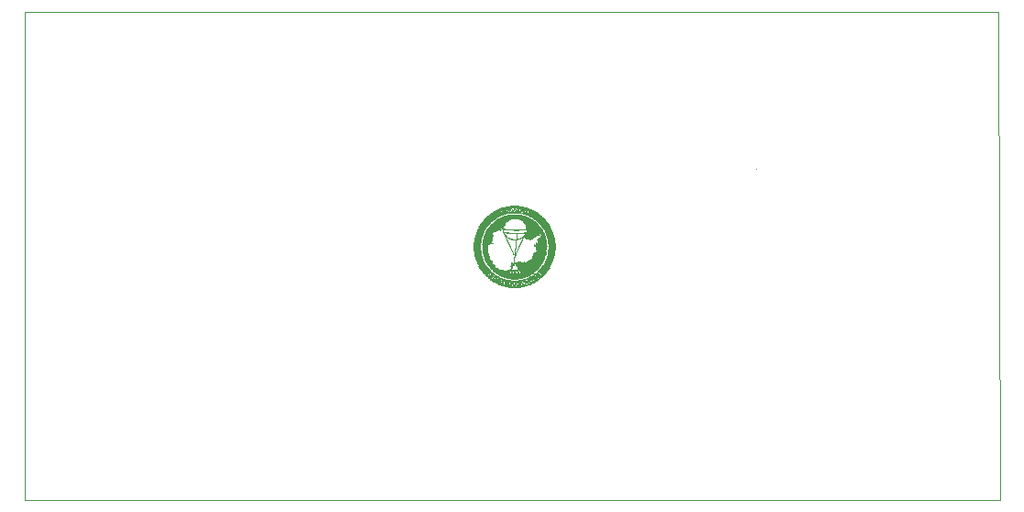
<source format=gbo>
G75*
%MOIN*%
%OFA0B0*%
%FSLAX25Y25*%
%IPPOS*%
%LPD*%
%AMOC8*
5,1,8,0,0,1.08239X$1,22.5*
%
%ADD10C,0.00000*%
%ADD11R,0.03400X0.00100*%
%ADD12R,0.04800X0.00100*%
%ADD13R,0.05900X0.00100*%
%ADD14R,0.06800X0.00100*%
%ADD15R,0.07600X0.00100*%
%ADD16R,0.00100X0.00100*%
%ADD17R,0.00900X0.00100*%
%ADD18R,0.03200X0.00100*%
%ADD19R,0.03000X0.00100*%
%ADD20R,0.00400X0.00100*%
%ADD21R,0.00700X0.00100*%
%ADD22R,0.00500X0.00100*%
%ADD23R,0.02700X0.00100*%
%ADD24R,0.02300X0.00100*%
%ADD25R,0.00200X0.00100*%
%ADD26R,0.00600X0.00100*%
%ADD27R,0.02400X0.00100*%
%ADD28R,0.02200X0.00100*%
%ADD29R,0.02600X0.00100*%
%ADD30R,0.00300X0.00100*%
%ADD31R,0.01900X0.00100*%
%ADD32R,0.01800X0.00100*%
%ADD33R,0.00800X0.00100*%
%ADD34R,0.02000X0.00100*%
%ADD35R,0.01500X0.00100*%
%ADD36R,0.01600X0.00100*%
%ADD37R,0.01400X0.00100*%
%ADD38R,0.01100X0.00100*%
%ADD39R,0.01700X0.00100*%
%ADD40R,0.01300X0.00100*%
%ADD41R,0.01200X0.00100*%
%ADD42R,0.03700X0.00100*%
%ADD43R,0.05500X0.00100*%
%ADD44R,0.01000X0.00100*%
%ADD45R,0.08000X0.00100*%
%ADD46R,0.02100X0.00100*%
%ADD47R,0.02900X0.00100*%
%ADD48R,0.04200X0.00100*%
%ADD49R,0.05200X0.00100*%
%ADD50R,0.06000X0.00100*%
%ADD51R,0.06700X0.00100*%
%ADD52R,0.07400X0.00100*%
%ADD53R,0.08500X0.00100*%
%ADD54R,0.09000X0.00100*%
%ADD55R,0.09500X0.00100*%
%ADD56R,0.09900X0.00100*%
%ADD57R,0.10300X0.00100*%
%ADD58R,0.10700X0.00100*%
%ADD59R,0.11100X0.00100*%
%ADD60R,0.11500X0.00100*%
%ADD61R,0.11800X0.00100*%
%ADD62R,0.12200X0.00100*%
%ADD63R,0.12500X0.00100*%
%ADD64R,0.04100X0.00100*%
%ADD65R,0.08600X0.00100*%
%ADD66R,0.04500X0.00100*%
%ADD67R,0.04400X0.00100*%
%ADD68R,0.04600X0.00100*%
%ADD69R,0.04900X0.00100*%
%ADD70R,0.05100X0.00100*%
%ADD71R,0.05000X0.00100*%
%ADD72R,0.03500X0.00100*%
%ADD73R,0.05400X0.00100*%
%ADD74R,0.05600X0.00100*%
%ADD75R,0.05800X0.00100*%
%ADD76R,0.02800X0.00100*%
%ADD77R,0.06100X0.00100*%
%ADD78R,0.03300X0.00100*%
%ADD79R,0.06300X0.00100*%
%ADD80R,0.06400X0.00100*%
%ADD81R,0.06600X0.00100*%
%ADD82R,0.06900X0.00100*%
%ADD83R,0.07100X0.00100*%
%ADD84R,0.03100X0.00100*%
%ADD85R,0.07200X0.00100*%
%ADD86R,0.02500X0.00100*%
%ADD87R,0.07700X0.00100*%
%ADD88R,0.07900X0.00100*%
%ADD89R,0.08100X0.00100*%
%ADD90R,0.08200X0.00100*%
%ADD91R,0.08300X0.00100*%
%ADD92R,0.08400X0.00100*%
%ADD93R,0.08800X0.00100*%
%ADD94R,0.09200X0.00100*%
%ADD95R,0.09300X0.00100*%
%ADD96R,0.09400X0.00100*%
%ADD97R,0.09600X0.00100*%
%ADD98R,0.11300X0.00100*%
%ADD99R,0.11400X0.00100*%
%ADD100R,0.10500X0.00100*%
%ADD101R,0.10100X0.00100*%
%ADD102R,0.10200X0.00100*%
%ADD103R,0.06500X0.00100*%
%ADD104R,0.06200X0.00100*%
%ADD105R,0.04700X0.00100*%
%ADD106R,0.03900X0.00100*%
%ADD107R,0.03600X0.00100*%
%ADD108R,0.04000X0.00100*%
%ADD109R,0.04300X0.00100*%
%ADD110R,0.05300X0.00100*%
%ADD111R,0.07000X0.00100*%
%ADD112R,0.05700X0.00100*%
%ADD113R,0.03800X0.00100*%
D10*
X0021485Y0001800D02*
X0021485Y0178965D01*
X0375186Y0178887D01*
X0375816Y0001800D01*
X0021485Y0001800D01*
D11*
X0189443Y0084561D03*
X0189543Y0084461D03*
X0189643Y0084361D03*
X0189743Y0084261D03*
X0199643Y0078761D03*
X0202043Y0079261D03*
X0209643Y0084461D03*
X0209743Y0084561D03*
X0209843Y0084661D03*
X0209943Y0084761D03*
X0189643Y0094661D03*
X0189743Y0095061D03*
X0189743Y0095161D03*
X0189743Y0095561D03*
X0189443Y0102461D03*
X0189543Y0102561D03*
X0189643Y0102661D03*
X0189743Y0102761D03*
X0209543Y0102661D03*
X0209643Y0102561D03*
X0209743Y0102461D03*
X0209843Y0102361D03*
X0209943Y0102261D03*
D12*
X0206143Y0101161D03*
X0206043Y0101261D03*
X0206643Y0104961D03*
X0199643Y0108161D03*
X0195643Y0103361D03*
X0195443Y0103261D03*
X0194143Y0102261D03*
X0194043Y0102161D03*
X0193943Y0102061D03*
X0204943Y0097161D03*
X0205343Y0097461D03*
X0208543Y0090461D03*
X0208543Y0090361D03*
X0208443Y0090161D03*
X0208443Y0090061D03*
X0208443Y0089961D03*
X0208043Y0089061D03*
X0208043Y0088961D03*
X0199643Y0078861D03*
D13*
X0199593Y0078961D03*
X0199693Y0081061D03*
X0204393Y0084661D03*
X0206793Y0099361D03*
X0199593Y0108061D03*
D14*
X0199643Y0107961D03*
X0199643Y0079061D03*
D15*
X0199643Y0079161D03*
X0204543Y0085661D03*
X0199643Y0107861D03*
D16*
X0200193Y0107161D03*
X0198893Y0107061D03*
X0198893Y0106961D03*
X0198393Y0106961D03*
X0198393Y0106861D03*
X0198393Y0106761D03*
X0209093Y0097561D03*
X0207593Y0095161D03*
X0206893Y0094461D03*
X0206893Y0094361D03*
X0206793Y0091461D03*
X0206793Y0091261D03*
X0203193Y0087961D03*
X0201293Y0088061D03*
X0200793Y0085261D03*
X0198693Y0085261D03*
X0197293Y0085061D03*
X0195693Y0084961D03*
X0195193Y0085161D03*
X0194693Y0085061D03*
X0190693Y0083661D03*
X0190593Y0083361D03*
X0190093Y0083361D03*
X0190693Y0082561D03*
X0192893Y0082261D03*
X0193293Y0082161D03*
X0193393Y0082261D03*
X0194593Y0081161D03*
X0197593Y0080361D03*
X0197593Y0080261D03*
X0199993Y0079261D03*
X0201093Y0080661D03*
X0201093Y0080761D03*
X0201893Y0080061D03*
X0202293Y0080361D03*
X0202293Y0080461D03*
X0202193Y0080561D03*
X0202193Y0080661D03*
X0202193Y0080761D03*
X0202893Y0080861D03*
X0203493Y0080361D03*
X0204693Y0080361D03*
X0204693Y0080461D03*
X0205093Y0081061D03*
X0205093Y0081361D03*
X0206493Y0082061D03*
X0206893Y0081961D03*
X0206593Y0082461D03*
X0207493Y0083061D03*
X0207793Y0083361D03*
X0207893Y0083261D03*
X0208393Y0083761D03*
X0200093Y0092561D03*
X0191393Y0088461D03*
D17*
X0198693Y0086361D03*
X0193293Y0082661D03*
X0193493Y0082561D03*
X0193093Y0082761D03*
X0192993Y0082861D03*
X0192793Y0082961D03*
X0193093Y0081961D03*
X0193593Y0081061D03*
X0195393Y0080961D03*
X0198493Y0080161D03*
X0198493Y0080061D03*
X0199293Y0079261D03*
X0201593Y0079761D03*
X0201493Y0080361D03*
X0202693Y0080161D03*
X0202693Y0080061D03*
X0202693Y0079961D03*
X0202793Y0079861D03*
X0202793Y0079761D03*
X0206093Y0081261D03*
X0206093Y0082761D03*
X0206593Y0083061D03*
X0208493Y0081961D03*
X0208593Y0082061D03*
X0208693Y0082161D03*
X0208893Y0082261D03*
X0209793Y0083161D03*
X0191593Y0083761D03*
X0190193Y0082461D03*
X0189893Y0082661D03*
X0189193Y0083461D03*
X0190793Y0081961D03*
X0190893Y0081861D03*
X0195793Y0106461D03*
X0196993Y0106361D03*
X0199593Y0107661D03*
X0201993Y0107161D03*
D18*
X0206243Y0105861D03*
X0210243Y0101861D03*
X0210343Y0101761D03*
X0210443Y0101661D03*
X0209443Y0096061D03*
X0209643Y0095061D03*
X0204943Y0096761D03*
X0190143Y0097361D03*
X0190143Y0097461D03*
X0190043Y0097161D03*
X0189943Y0096861D03*
X0189943Y0096761D03*
X0189843Y0096461D03*
X0189743Y0096061D03*
X0189743Y0095961D03*
X0189743Y0095861D03*
X0189543Y0094561D03*
X0188743Y0101561D03*
X0188843Y0101761D03*
X0188943Y0101861D03*
X0189043Y0101961D03*
X0189143Y0102061D03*
X0188743Y0085461D03*
X0188843Y0085261D03*
X0188943Y0085161D03*
X0189043Y0085061D03*
X0189143Y0084961D03*
X0196543Y0081261D03*
X0197043Y0079261D03*
X0210243Y0085161D03*
X0210343Y0085261D03*
X0210443Y0085361D03*
D19*
X0210743Y0085761D03*
X0210843Y0085961D03*
X0210943Y0086061D03*
X0211043Y0086161D03*
X0211043Y0086261D03*
X0211143Y0086361D03*
X0211243Y0086561D03*
X0202643Y0079361D03*
X0196343Y0079461D03*
X0188443Y0085861D03*
X0188343Y0085961D03*
X0188243Y0086161D03*
X0188143Y0086261D03*
X0188043Y0086461D03*
X0189443Y0094461D03*
X0190243Y0097861D03*
X0190243Y0097961D03*
X0190743Y0098961D03*
X0188043Y0100561D03*
X0188143Y0100761D03*
X0188243Y0100861D03*
X0188343Y0101061D03*
X0188443Y0101161D03*
X0196743Y0105761D03*
X0195743Y0107361D03*
X0210843Y0101061D03*
X0210943Y0100961D03*
X0211043Y0100861D03*
X0211043Y0100761D03*
X0211143Y0100661D03*
X0211243Y0100461D03*
X0209643Y0095761D03*
D20*
X0208343Y0096361D03*
X0205443Y0096061D03*
X0202343Y0096861D03*
X0202243Y0096761D03*
X0202043Y0096661D03*
X0197543Y0096661D03*
X0197343Y0096761D03*
X0197243Y0096861D03*
X0196443Y0097461D03*
X0196343Y0097561D03*
X0196343Y0097661D03*
X0196243Y0097761D03*
X0199943Y0090661D03*
X0189843Y0091161D03*
X0198743Y0086061D03*
X0198743Y0085961D03*
X0198543Y0085661D03*
X0198443Y0085461D03*
X0198343Y0085361D03*
X0198143Y0085061D03*
X0198043Y0084961D03*
X0194243Y0081461D03*
X0192943Y0082161D03*
X0192243Y0082561D03*
X0191743Y0082861D03*
X0191743Y0082961D03*
X0191443Y0082461D03*
X0190943Y0082761D03*
X0191043Y0083161D03*
X0191143Y0083261D03*
X0196243Y0080061D03*
X0196943Y0080161D03*
X0197043Y0080361D03*
X0197043Y0080461D03*
X0197143Y0080661D03*
X0199843Y0080461D03*
X0199843Y0080361D03*
X0199843Y0080261D03*
X0199943Y0080061D03*
X0200043Y0079861D03*
X0200043Y0079761D03*
X0200643Y0079561D03*
X0200643Y0079461D03*
X0200643Y0079361D03*
X0200543Y0080261D03*
X0200543Y0080361D03*
X0202843Y0080561D03*
X0203543Y0080661D03*
X0204543Y0080861D03*
X0204543Y0081361D03*
X0206543Y0082161D03*
X0206543Y0082261D03*
X0207143Y0082561D03*
X0207443Y0082061D03*
X0207843Y0082461D03*
X0208343Y0083461D03*
X0206943Y0081661D03*
X0206943Y0081561D03*
X0203143Y0106061D03*
X0203443Y0106861D03*
X0200943Y0106661D03*
X0200943Y0106561D03*
X0200943Y0106461D03*
X0200643Y0107461D03*
X0199443Y0106861D03*
X0199443Y0106761D03*
X0198743Y0106361D03*
X0197843Y0106861D03*
X0197843Y0106961D03*
X0197843Y0107061D03*
X0197843Y0107161D03*
X0197843Y0107261D03*
X0197743Y0107461D03*
X0197143Y0107161D03*
X0197043Y0107261D03*
D21*
X0197093Y0106461D03*
X0199593Y0107461D03*
X0200093Y0106361D03*
X0200893Y0106961D03*
X0200893Y0107061D03*
X0200893Y0107161D03*
X0203493Y0106961D03*
X0204093Y0106461D03*
X0204093Y0106361D03*
X0203993Y0106061D03*
X0203993Y0105961D03*
X0195793Y0099961D03*
X0196693Y0097161D03*
X0198493Y0096261D03*
X0201093Y0096261D03*
X0199793Y0090561D03*
X0198693Y0087561D03*
X0198693Y0084461D03*
X0200793Y0084461D03*
X0200893Y0084361D03*
X0203593Y0080861D03*
X0204393Y0080561D03*
X0205393Y0080761D03*
X0207493Y0082161D03*
X0207193Y0082761D03*
X0207793Y0083961D03*
X0207893Y0084061D03*
X0207993Y0084161D03*
X0199893Y0080661D03*
X0199293Y0079361D03*
X0197493Y0079561D03*
X0195293Y0080061D03*
X0195293Y0080161D03*
X0195293Y0080261D03*
X0195293Y0080361D03*
X0195293Y0080461D03*
X0195293Y0080561D03*
X0195293Y0080661D03*
X0194293Y0080461D03*
X0191893Y0081861D03*
X0191493Y0083961D03*
X0191393Y0084061D03*
X0189193Y0083361D03*
X0195093Y0084961D03*
D22*
X0197393Y0084961D03*
X0198593Y0083961D03*
X0199793Y0083961D03*
X0200893Y0083961D03*
X0203893Y0081061D03*
X0203593Y0080761D03*
X0204193Y0080361D03*
X0204493Y0080761D03*
X0204493Y0081461D03*
X0202793Y0080661D03*
X0201593Y0080561D03*
X0201393Y0079661D03*
X0199993Y0079961D03*
X0198393Y0079461D03*
X0198393Y0079361D03*
X0197493Y0079761D03*
X0197093Y0080561D03*
X0197193Y0080761D03*
X0196393Y0080761D03*
X0196193Y0080161D03*
X0194393Y0081661D03*
X0194293Y0081561D03*
X0194093Y0081361D03*
X0192593Y0081461D03*
X0192493Y0081361D03*
X0191293Y0082361D03*
X0190993Y0082861D03*
X0191193Y0083361D03*
X0198593Y0087661D03*
X0199793Y0090261D03*
X0199793Y0090361D03*
X0199993Y0090761D03*
X0199993Y0090861D03*
X0200093Y0090961D03*
X0199793Y0095961D03*
X0201693Y0096461D03*
X0201893Y0096561D03*
X0197893Y0096461D03*
X0197693Y0096561D03*
X0196593Y0097261D03*
X0196493Y0097361D03*
X0195893Y0098761D03*
X0196693Y0106161D03*
X0197193Y0106661D03*
X0196493Y0106961D03*
X0198493Y0107561D03*
X0199493Y0107061D03*
X0199493Y0106961D03*
X0198793Y0106261D03*
X0200593Y0107561D03*
X0201693Y0106261D03*
X0201693Y0106161D03*
X0203093Y0105961D03*
X0203993Y0105861D03*
X0204093Y0106561D03*
X0208293Y0096261D03*
X0208393Y0083561D03*
D23*
X0211893Y0087761D03*
X0211993Y0087961D03*
X0212093Y0088161D03*
X0212093Y0088261D03*
X0212193Y0088361D03*
X0212193Y0088461D03*
X0212293Y0088661D03*
X0212293Y0088761D03*
X0212393Y0088961D03*
X0212493Y0089261D03*
X0212593Y0089561D03*
X0212593Y0097461D03*
X0212493Y0097761D03*
X0212393Y0098061D03*
X0212293Y0098261D03*
X0212293Y0098361D03*
X0212193Y0098561D03*
X0212193Y0098661D03*
X0212093Y0098761D03*
X0212093Y0098861D03*
X0211993Y0099061D03*
X0211893Y0099261D03*
X0198293Y0099661D03*
X0190393Y0098561D03*
X0187293Y0099161D03*
X0187193Y0098961D03*
X0187093Y0098761D03*
X0187093Y0098661D03*
X0186993Y0098561D03*
X0186993Y0098461D03*
X0186993Y0098361D03*
X0186893Y0098261D03*
X0186893Y0098161D03*
X0186793Y0097961D03*
X0186793Y0097861D03*
X0186693Y0097661D03*
X0193393Y0106261D03*
X0194693Y0106961D03*
X0195893Y0107461D03*
X0199793Y0106161D03*
X0203093Y0107561D03*
X0186693Y0089361D03*
X0186793Y0089061D03*
X0186893Y0088861D03*
X0186893Y0088761D03*
X0186993Y0088561D03*
X0186993Y0088461D03*
X0187093Y0088361D03*
X0187093Y0088261D03*
X0187193Y0088061D03*
X0187293Y0087861D03*
X0192493Y0085361D03*
X0192593Y0085261D03*
X0189493Y0084061D03*
X0196493Y0079361D03*
X0199193Y0080761D03*
D24*
X0203293Y0079461D03*
X0209793Y0083961D03*
X0191593Y0086161D03*
X0191493Y0086261D03*
X0190693Y0087561D03*
X0190393Y0087961D03*
X0190393Y0088061D03*
X0189693Y0089561D03*
X0189693Y0089661D03*
X0189693Y0089761D03*
X0189093Y0092161D03*
X0189093Y0092261D03*
X0189093Y0092361D03*
X0209793Y0096661D03*
X0209893Y0096261D03*
X0205893Y0106361D03*
X0204093Y0107261D03*
X0194893Y0107161D03*
X0193493Y0106461D03*
D25*
X0197343Y0106161D03*
X0198443Y0107061D03*
X0198443Y0107161D03*
X0198843Y0106861D03*
X0198843Y0106761D03*
X0198843Y0106661D03*
X0199343Y0106361D03*
X0199343Y0106261D03*
X0200143Y0106961D03*
X0200143Y0107061D03*
X0201643Y0107261D03*
X0202143Y0107361D03*
X0203243Y0106361D03*
X0195543Y0100361D03*
X0195543Y0100261D03*
X0195543Y0100161D03*
X0195543Y0100061D03*
X0195543Y0099761D03*
X0195543Y0099661D03*
X0195543Y0099561D03*
X0195643Y0099461D03*
X0195643Y0099361D03*
X0195643Y0099261D03*
X0195643Y0099161D03*
X0195643Y0099061D03*
X0195743Y0098961D03*
X0195743Y0098861D03*
X0195843Y0098461D03*
X0195943Y0098361D03*
X0196043Y0098161D03*
X0196143Y0097961D03*
X0196543Y0097061D03*
X0196543Y0096961D03*
X0196643Y0096861D03*
X0196643Y0096761D03*
X0196743Y0096661D03*
X0196743Y0096561D03*
X0196843Y0096461D03*
X0196843Y0096361D03*
X0196943Y0096161D03*
X0197043Y0095961D03*
X0197143Y0095761D03*
X0197243Y0095561D03*
X0197243Y0095461D03*
X0197343Y0095361D03*
X0197343Y0095261D03*
X0197443Y0095161D03*
X0197443Y0095061D03*
X0197543Y0094961D03*
X0197543Y0094861D03*
X0197643Y0094661D03*
X0197743Y0094461D03*
X0197843Y0094261D03*
X0197943Y0094061D03*
X0197943Y0093961D03*
X0198043Y0093861D03*
X0198043Y0093761D03*
X0198143Y0093661D03*
X0198143Y0093561D03*
X0198243Y0093461D03*
X0198243Y0093361D03*
X0198343Y0093161D03*
X0198443Y0092961D03*
X0198543Y0092761D03*
X0198643Y0092561D03*
X0198643Y0092461D03*
X0198743Y0092361D03*
X0198743Y0092261D03*
X0198843Y0092161D03*
X0198843Y0092061D03*
X0198943Y0091961D03*
X0198943Y0091861D03*
X0199043Y0091661D03*
X0199143Y0091461D03*
X0199243Y0091261D03*
X0199343Y0091061D03*
X0199343Y0090961D03*
X0199443Y0090861D03*
X0199443Y0090761D03*
X0199543Y0090661D03*
X0199943Y0091061D03*
X0199943Y0091161D03*
X0199943Y0091261D03*
X0199943Y0091361D03*
X0199943Y0091461D03*
X0199943Y0091561D03*
X0199943Y0091661D03*
X0200043Y0091761D03*
X0200043Y0091861D03*
X0200043Y0091961D03*
X0200043Y0092061D03*
X0200043Y0092161D03*
X0200043Y0092261D03*
X0200043Y0092361D03*
X0200043Y0092461D03*
X0200143Y0092661D03*
X0200143Y0092761D03*
X0200143Y0092861D03*
X0200143Y0092961D03*
X0200143Y0093061D03*
X0200143Y0093161D03*
X0200143Y0093261D03*
X0200143Y0093361D03*
X0200243Y0093461D03*
X0200243Y0093561D03*
X0200243Y0093661D03*
X0200243Y0093761D03*
X0200243Y0093861D03*
X0200243Y0093961D03*
X0200243Y0094061D03*
X0200243Y0094161D03*
X0200243Y0094261D03*
X0200343Y0094361D03*
X0200343Y0094461D03*
X0200343Y0094561D03*
X0200343Y0094661D03*
X0200343Y0094761D03*
X0200343Y0094861D03*
X0200343Y0094961D03*
X0200343Y0095061D03*
X0200443Y0095161D03*
X0200443Y0095261D03*
X0200443Y0095361D03*
X0200443Y0095461D03*
X0200443Y0095561D03*
X0200443Y0095661D03*
X0200443Y0095761D03*
X0200443Y0095861D03*
X0200543Y0096261D03*
X0200543Y0096361D03*
X0200543Y0096461D03*
X0200543Y0096561D03*
X0200543Y0096661D03*
X0200543Y0096761D03*
X0200543Y0096861D03*
X0200643Y0096961D03*
X0200643Y0097061D03*
X0200643Y0097161D03*
X0200643Y0097261D03*
X0200643Y0097361D03*
X0200643Y0097461D03*
X0200643Y0097561D03*
X0200643Y0097661D03*
X0200743Y0097761D03*
X0200743Y0097861D03*
X0200743Y0097961D03*
X0200743Y0098061D03*
X0200743Y0098161D03*
X0202943Y0096861D03*
X0202843Y0096661D03*
X0202843Y0096561D03*
X0202743Y0096461D03*
X0202743Y0096361D03*
X0202643Y0096261D03*
X0202643Y0096161D03*
X0202543Y0096061D03*
X0202543Y0095961D03*
X0202443Y0095761D03*
X0202343Y0095561D03*
X0202243Y0095361D03*
X0202143Y0095161D03*
X0202143Y0095061D03*
X0202043Y0094961D03*
X0202043Y0094861D03*
X0201943Y0094761D03*
X0201943Y0094661D03*
X0201843Y0094461D03*
X0201743Y0094261D03*
X0201643Y0094061D03*
X0201643Y0093961D03*
X0201543Y0093861D03*
X0201543Y0093761D03*
X0201443Y0093661D03*
X0201443Y0093561D03*
X0201343Y0093461D03*
X0201343Y0093361D03*
X0201243Y0093261D03*
X0201243Y0093161D03*
X0201143Y0092961D03*
X0201043Y0092761D03*
X0200943Y0092561D03*
X0200943Y0092461D03*
X0200843Y0092361D03*
X0200843Y0092261D03*
X0200743Y0092161D03*
X0200743Y0092061D03*
X0200643Y0091961D03*
X0200643Y0091861D03*
X0200543Y0091661D03*
X0200443Y0091461D03*
X0200343Y0091261D03*
X0200343Y0091161D03*
X0200243Y0091061D03*
X0199843Y0089961D03*
X0199843Y0089861D03*
X0199843Y0089761D03*
X0199843Y0089661D03*
X0199743Y0089561D03*
X0199743Y0089461D03*
X0199743Y0089361D03*
X0199743Y0089261D03*
X0199743Y0089161D03*
X0199743Y0089061D03*
X0199743Y0088961D03*
X0199743Y0088861D03*
X0199743Y0088761D03*
X0199743Y0088661D03*
X0199743Y0088561D03*
X0199743Y0088461D03*
X0199743Y0088361D03*
X0199743Y0088261D03*
X0199743Y0088161D03*
X0199743Y0088061D03*
X0199743Y0087961D03*
X0199743Y0087861D03*
X0198543Y0087861D03*
X0201743Y0088061D03*
X0195243Y0085061D03*
X0192243Y0082661D03*
X0191743Y0082761D03*
X0191643Y0083061D03*
X0190543Y0083461D03*
X0193743Y0080761D03*
X0193643Y0080661D03*
X0194543Y0080961D03*
X0194543Y0081061D03*
X0196343Y0080861D03*
X0196843Y0079861D03*
X0196743Y0079761D03*
X0196743Y0079661D03*
X0197543Y0080161D03*
X0199343Y0080161D03*
X0199343Y0080061D03*
X0199343Y0079961D03*
X0200043Y0079661D03*
X0200043Y0079561D03*
X0200043Y0079461D03*
X0200743Y0079861D03*
X0201243Y0080061D03*
X0201243Y0080161D03*
X0201143Y0080561D03*
X0201243Y0079561D03*
X0201243Y0079461D03*
X0202343Y0080261D03*
X0202743Y0080461D03*
X0202243Y0080861D03*
X0203343Y0081061D03*
X0203343Y0081161D03*
X0203543Y0080261D03*
X0203543Y0080161D03*
X0204743Y0080261D03*
X0205143Y0081261D03*
X0206543Y0082361D03*
X0207843Y0082561D03*
X0208043Y0083061D03*
X0207943Y0083161D03*
X0207743Y0083461D03*
X0208343Y0083361D03*
X0208843Y0083261D03*
X0189843Y0091261D03*
X0189843Y0091361D03*
X0192543Y0098961D03*
X0194543Y0099461D03*
X0195143Y0100161D03*
X0206943Y0094261D03*
X0207543Y0095061D03*
X0209143Y0097461D03*
D26*
X0201443Y0096361D03*
X0198143Y0096361D03*
X0199843Y0090461D03*
X0205243Y0088661D03*
X0198743Y0086161D03*
X0198643Y0084061D03*
X0199743Y0084061D03*
X0200843Y0084061D03*
X0197243Y0080861D03*
X0196343Y0080661D03*
X0196243Y0080561D03*
X0196243Y0080461D03*
X0196243Y0080361D03*
X0196243Y0080261D03*
X0197443Y0079661D03*
X0198443Y0079661D03*
X0198443Y0079561D03*
X0199343Y0079561D03*
X0199343Y0079461D03*
X0199843Y0080561D03*
X0194343Y0080561D03*
X0193743Y0080961D03*
X0192643Y0081561D03*
X0192943Y0082061D03*
X0192243Y0082361D03*
X0192243Y0082461D03*
X0192143Y0082261D03*
X0192043Y0082161D03*
X0192043Y0082061D03*
X0191943Y0081961D03*
X0204243Y0080461D03*
X0204443Y0080661D03*
X0207743Y0082361D03*
X0207443Y0082861D03*
X0207143Y0082661D03*
X0208743Y0083061D03*
X0202443Y0106261D03*
X0200943Y0106761D03*
X0200943Y0106861D03*
X0200743Y0107361D03*
X0200643Y0107661D03*
X0199543Y0107361D03*
X0199543Y0107261D03*
X0199543Y0107161D03*
X0200143Y0106561D03*
X0200143Y0106461D03*
X0197143Y0106561D03*
D27*
X0202243Y0105761D03*
X0204243Y0107161D03*
X0209743Y0096561D03*
X0191243Y0086661D03*
X0190343Y0088161D03*
X0190343Y0088261D03*
X0199743Y0085161D03*
X0199743Y0085061D03*
X0199743Y0084961D03*
X0199743Y0084861D03*
X0199743Y0084761D03*
X0199743Y0084661D03*
X0202243Y0081261D03*
X0203543Y0079561D03*
X0209843Y0084061D03*
X0189443Y0083961D03*
D28*
X0191643Y0086061D03*
X0191743Y0085961D03*
X0191243Y0086561D03*
X0190943Y0087061D03*
X0190643Y0087461D03*
X0190443Y0087761D03*
X0190443Y0087861D03*
X0190143Y0088461D03*
X0190043Y0088561D03*
X0189543Y0089861D03*
X0189443Y0090161D03*
X0189043Y0092061D03*
X0189043Y0092461D03*
X0189043Y0092561D03*
X0189043Y0092661D03*
X0189043Y0092761D03*
X0189043Y0092861D03*
X0189043Y0093561D03*
X0189043Y0093661D03*
X0189043Y0093761D03*
X0189043Y0093861D03*
X0189043Y0093961D03*
X0209843Y0096361D03*
X0196443Y0105661D03*
X0195143Y0107261D03*
X0194643Y0079961D03*
X0195643Y0079561D03*
D29*
X0196243Y0081361D03*
X0203643Y0079661D03*
X0209843Y0084161D03*
X0212243Y0088561D03*
X0212343Y0088861D03*
X0212443Y0089061D03*
X0212443Y0089161D03*
X0212543Y0089361D03*
X0212543Y0089461D03*
X0212643Y0089661D03*
X0212643Y0089761D03*
X0212643Y0089861D03*
X0212743Y0089961D03*
X0212743Y0090061D03*
X0212743Y0090161D03*
X0212843Y0090361D03*
X0212843Y0090461D03*
X0212843Y0090561D03*
X0212943Y0090861D03*
X0212943Y0090961D03*
X0212943Y0091061D03*
X0213043Y0091461D03*
X0213043Y0091561D03*
X0213143Y0092461D03*
X0213143Y0094561D03*
X0213043Y0095461D03*
X0213043Y0095561D03*
X0212943Y0095961D03*
X0212943Y0096061D03*
X0212943Y0096161D03*
X0212843Y0096461D03*
X0212843Y0096561D03*
X0212843Y0096661D03*
X0212743Y0096861D03*
X0212743Y0096961D03*
X0212743Y0097061D03*
X0212643Y0097161D03*
X0212643Y0097261D03*
X0212643Y0097361D03*
X0212543Y0097561D03*
X0212543Y0097661D03*
X0212443Y0097861D03*
X0212443Y0097961D03*
X0212343Y0098161D03*
X0212243Y0098461D03*
X0209643Y0096461D03*
X0206043Y0106161D03*
X0203343Y0107461D03*
X0193443Y0106361D03*
X0186843Y0098061D03*
X0186743Y0097761D03*
X0186643Y0097561D03*
X0186643Y0097461D03*
X0186643Y0097361D03*
X0186543Y0097261D03*
X0186543Y0097161D03*
X0186543Y0097061D03*
X0186543Y0096961D03*
X0186443Y0096861D03*
X0186443Y0096761D03*
X0186443Y0096661D03*
X0186343Y0096461D03*
X0186343Y0096361D03*
X0186343Y0096261D03*
X0186243Y0095861D03*
X0186243Y0095761D03*
X0186143Y0095161D03*
X0186143Y0095061D03*
X0186143Y0091961D03*
X0186143Y0091861D03*
X0186243Y0091261D03*
X0186243Y0091161D03*
X0186343Y0090761D03*
X0186343Y0090661D03*
X0186343Y0090561D03*
X0186443Y0090361D03*
X0186443Y0090261D03*
X0186443Y0090161D03*
X0186543Y0090061D03*
X0186543Y0089961D03*
X0186543Y0089861D03*
X0186543Y0089761D03*
X0186643Y0089661D03*
X0186643Y0089561D03*
X0186643Y0089461D03*
X0186743Y0089261D03*
X0186743Y0089161D03*
X0186843Y0088961D03*
X0186943Y0088661D03*
X0191243Y0086861D03*
D30*
X0190593Y0083561D03*
X0190093Y0083261D03*
X0190793Y0082661D03*
X0190993Y0082961D03*
X0190993Y0083061D03*
X0193793Y0080861D03*
X0194293Y0080661D03*
X0196293Y0079961D03*
X0196893Y0079961D03*
X0196893Y0080061D03*
X0196993Y0080261D03*
X0199893Y0080161D03*
X0200593Y0080461D03*
X0200693Y0079761D03*
X0200693Y0079661D03*
X0201293Y0080261D03*
X0202793Y0080761D03*
X0203493Y0080561D03*
X0203493Y0080461D03*
X0203593Y0080061D03*
X0203693Y0079961D03*
X0204093Y0080261D03*
X0204593Y0080961D03*
X0204593Y0081061D03*
X0204593Y0081161D03*
X0204593Y0081261D03*
X0205193Y0081161D03*
X0205493Y0080861D03*
X0203893Y0081161D03*
X0206893Y0081761D03*
X0206893Y0081861D03*
X0207193Y0082361D03*
X0207093Y0082461D03*
X0207493Y0081961D03*
X0207493Y0081861D03*
X0207493Y0082961D03*
X0208393Y0083661D03*
X0208793Y0083161D03*
X0198693Y0085861D03*
X0198593Y0085761D03*
X0198493Y0085561D03*
X0198293Y0085261D03*
X0198193Y0085161D03*
X0198593Y0087761D03*
X0199793Y0090061D03*
X0199793Y0090161D03*
X0199293Y0091161D03*
X0199193Y0091361D03*
X0199093Y0091561D03*
X0198993Y0091761D03*
X0198593Y0092661D03*
X0198493Y0092861D03*
X0198393Y0093061D03*
X0198293Y0093261D03*
X0197893Y0094161D03*
X0197793Y0094361D03*
X0197693Y0094561D03*
X0197593Y0094761D03*
X0197193Y0095661D03*
X0197093Y0095861D03*
X0196993Y0096061D03*
X0196893Y0096261D03*
X0197093Y0096961D03*
X0196993Y0097061D03*
X0196193Y0097861D03*
X0196093Y0098061D03*
X0195993Y0098261D03*
X0195893Y0098561D03*
X0194493Y0099561D03*
X0200493Y0095961D03*
X0202193Y0095261D03*
X0202293Y0095461D03*
X0202393Y0095661D03*
X0202493Y0095861D03*
X0202893Y0096761D03*
X0202493Y0096961D03*
X0201893Y0094561D03*
X0201793Y0094361D03*
X0201693Y0094161D03*
X0201193Y0093061D03*
X0201093Y0092861D03*
X0200993Y0092661D03*
X0200593Y0091761D03*
X0200493Y0091561D03*
X0200393Y0091361D03*
X0207493Y0094961D03*
X0203993Y0105761D03*
X0203193Y0106161D03*
X0203193Y0106261D03*
X0203293Y0106461D03*
X0203293Y0106561D03*
X0203393Y0106661D03*
X0203393Y0106761D03*
X0204093Y0106661D03*
X0202093Y0107261D03*
X0200993Y0106361D03*
X0200993Y0106261D03*
X0199393Y0106461D03*
X0199393Y0106561D03*
X0199393Y0106661D03*
X0198793Y0106561D03*
X0198793Y0106461D03*
X0197993Y0106161D03*
X0197893Y0106261D03*
X0197893Y0106361D03*
X0197893Y0106461D03*
X0197893Y0106561D03*
X0197893Y0106661D03*
X0197893Y0106761D03*
X0197793Y0107361D03*
X0197193Y0107061D03*
X0197193Y0106961D03*
X0197193Y0106861D03*
X0197193Y0106761D03*
X0197393Y0106061D03*
X0198493Y0107261D03*
X0198493Y0107361D03*
X0198493Y0107461D03*
X0287591Y0121805D03*
D31*
X0209893Y0097061D03*
X0205593Y0106661D03*
X0193693Y0106661D03*
X0188993Y0091961D03*
X0189093Y0091061D03*
X0189093Y0090961D03*
X0189693Y0089161D03*
X0189693Y0089061D03*
X0189793Y0088761D03*
X0191793Y0085761D03*
X0193693Y0080361D03*
X0194993Y0079761D03*
X0195193Y0079661D03*
X0204493Y0079861D03*
X0206793Y0081061D03*
D32*
X0205943Y0080561D03*
X0205143Y0082061D03*
X0204343Y0079761D03*
X0202643Y0081361D03*
X0209043Y0082861D03*
X0209843Y0083661D03*
X0189343Y0083761D03*
X0189743Y0088861D03*
X0189743Y0088961D03*
X0189143Y0090561D03*
X0189143Y0090661D03*
X0189143Y0090761D03*
X0189143Y0090861D03*
X0188943Y0091461D03*
X0188943Y0091561D03*
X0188943Y0091661D03*
X0197743Y0098461D03*
X0197043Y0099761D03*
X0193843Y0106761D03*
X0202643Y0105661D03*
X0205443Y0106761D03*
X0209843Y0097161D03*
D33*
X0205343Y0096161D03*
X0204043Y0106161D03*
X0204043Y0106261D03*
X0200843Y0107261D03*
X0200143Y0106261D03*
X0199543Y0107561D03*
X0198743Y0086261D03*
X0198643Y0084361D03*
X0198643Y0084261D03*
X0198643Y0084161D03*
X0199743Y0084161D03*
X0199743Y0084261D03*
X0199743Y0084361D03*
X0199743Y0084461D03*
X0200843Y0084261D03*
X0200843Y0084161D03*
X0203643Y0080961D03*
X0201443Y0080461D03*
X0201543Y0079961D03*
X0201543Y0079861D03*
X0198443Y0079861D03*
X0198443Y0079761D03*
X0198443Y0079961D03*
X0195343Y0080761D03*
X0195343Y0080861D03*
X0192643Y0083061D03*
X0192543Y0083161D03*
X0192343Y0083261D03*
X0192243Y0083361D03*
X0191543Y0083861D03*
X0190243Y0082361D03*
X0190043Y0082561D03*
X0189243Y0083261D03*
X0206143Y0081161D03*
X0207543Y0082261D03*
X0206743Y0083161D03*
X0206843Y0083261D03*
X0207043Y0083361D03*
X0207143Y0083461D03*
X0207443Y0083661D03*
X0207543Y0083761D03*
X0207643Y0083861D03*
X0206443Y0082961D03*
X0209643Y0082961D03*
X0209743Y0083061D03*
D34*
X0209843Y0083761D03*
X0206043Y0080661D03*
X0197143Y0084761D03*
X0191743Y0085861D03*
X0190443Y0087661D03*
X0189343Y0090361D03*
X0188943Y0093061D03*
X0188943Y0093161D03*
X0188943Y0093261D03*
X0209843Y0096861D03*
X0209843Y0096961D03*
X0205743Y0106561D03*
X0194743Y0079861D03*
D35*
X0194093Y0080061D03*
X0193893Y0080161D03*
X0191993Y0081261D03*
X0190693Y0082261D03*
X0191693Y0083461D03*
X0189293Y0083661D03*
X0198893Y0087061D03*
X0198893Y0087161D03*
X0208993Y0082661D03*
X0205793Y0080361D03*
X0205193Y0080061D03*
X0204893Y0079961D03*
X0196893Y0098561D03*
X0196193Y0099861D03*
D36*
X0195743Y0106761D03*
X0201143Y0087961D03*
X0209843Y0083561D03*
X0206743Y0080961D03*
X0205343Y0080161D03*
X0205243Y0082161D03*
X0203043Y0081461D03*
X0195743Y0081561D03*
X0191343Y0081761D03*
D37*
X0191343Y0081661D03*
X0192043Y0081161D03*
X0194843Y0081861D03*
X0195543Y0081661D03*
X0189743Y0083061D03*
X0189643Y0083161D03*
X0198843Y0086861D03*
X0198843Y0086961D03*
X0188843Y0091161D03*
X0188843Y0091361D03*
X0205143Y0096261D03*
X0202943Y0105561D03*
X0202143Y0106461D03*
X0202143Y0106561D03*
X0209843Y0083461D03*
X0207543Y0081461D03*
X0205643Y0080261D03*
X0205343Y0082261D03*
X0204043Y0081761D03*
D38*
X0205593Y0081861D03*
X0205893Y0081561D03*
X0205593Y0082461D03*
X0206393Y0082861D03*
X0207293Y0081161D03*
X0207993Y0081661D03*
X0208993Y0082461D03*
X0208593Y0082961D03*
X0198493Y0080461D03*
X0198493Y0080361D03*
X0198493Y0080261D03*
X0194493Y0082061D03*
X0193593Y0081161D03*
X0192593Y0080761D03*
X0192393Y0080861D03*
X0198793Y0086561D03*
X0198793Y0086661D03*
X0209993Y0097761D03*
X0209793Y0098261D03*
X0209793Y0098361D03*
X0209693Y0098561D03*
X0195793Y0105861D03*
X0195693Y0105961D03*
X0195593Y0106261D03*
X0195593Y0106361D03*
D39*
X0196193Y0105561D03*
X0200393Y0099461D03*
X0205093Y0096361D03*
X0209893Y0097261D03*
X0209893Y0097361D03*
X0205293Y0106861D03*
X0205093Y0106961D03*
X0188893Y0091861D03*
X0188893Y0091761D03*
X0189193Y0090461D03*
X0194993Y0081761D03*
X0193793Y0080261D03*
X0203893Y0081661D03*
X0205893Y0080461D03*
X0208993Y0082761D03*
D40*
X0208993Y0082561D03*
X0207493Y0081361D03*
X0206693Y0080861D03*
X0204293Y0081861D03*
X0198493Y0080661D03*
X0193193Y0080461D03*
X0192993Y0080561D03*
X0192793Y0080661D03*
X0193093Y0081661D03*
X0193193Y0081761D03*
X0191693Y0083561D03*
X0190693Y0082161D03*
X0189793Y0082961D03*
X0188793Y0091261D03*
X0202593Y0098461D03*
X0209793Y0098061D03*
X0209793Y0097961D03*
X0209993Y0097561D03*
X0209993Y0097461D03*
X0202093Y0106361D03*
X0202193Y0106661D03*
X0202193Y0106761D03*
X0202193Y0106861D03*
X0202193Y0106961D03*
D41*
X0202143Y0107061D03*
X0203243Y0105461D03*
X0195943Y0105461D03*
X0195843Y0106661D03*
X0203143Y0099761D03*
X0209743Y0098161D03*
X0209943Y0097861D03*
X0209943Y0097661D03*
X0196243Y0098661D03*
X0198843Y0086761D03*
X0197643Y0084861D03*
X0194643Y0081961D03*
X0193643Y0081261D03*
X0193143Y0081861D03*
X0192243Y0080961D03*
X0192143Y0081061D03*
X0191443Y0081561D03*
X0190743Y0082061D03*
X0189843Y0082861D03*
X0189243Y0083561D03*
X0191643Y0083661D03*
X0198543Y0080561D03*
X0205443Y0082361D03*
X0205743Y0081761D03*
X0205843Y0081661D03*
X0206643Y0080761D03*
X0207443Y0081261D03*
X0208043Y0081761D03*
X0209843Y0083361D03*
D42*
X0199593Y0080861D03*
X0209293Y0091461D03*
X0209393Y0091661D03*
X0191193Y0099261D03*
X0189793Y0094761D03*
X0190393Y0103361D03*
X0190493Y0103461D03*
X0190593Y0103561D03*
X0193093Y0105761D03*
X0208893Y0103361D03*
X0208993Y0103261D03*
D43*
X0205793Y0105361D03*
X0192993Y0100561D03*
X0207393Y0088361D03*
X0207493Y0088461D03*
X0195093Y0084261D03*
X0199693Y0080961D03*
D44*
X0195443Y0081061D03*
X0194243Y0082161D03*
X0194043Y0082261D03*
X0193843Y0082361D03*
X0193643Y0082461D03*
X0191643Y0081361D03*
X0191443Y0081461D03*
X0189843Y0082761D03*
X0198743Y0086461D03*
X0205943Y0082661D03*
X0205743Y0082561D03*
X0205943Y0081461D03*
X0206043Y0081361D03*
X0207943Y0081561D03*
X0208343Y0081861D03*
X0208943Y0082361D03*
X0209843Y0083261D03*
X0207343Y0083561D03*
X0200643Y0096161D03*
X0198943Y0096161D03*
X0209743Y0098461D03*
X0196943Y0106261D03*
X0195843Y0106561D03*
X0195643Y0106161D03*
X0195643Y0106061D03*
X0195743Y0105361D03*
D45*
X0199643Y0104561D03*
X0199643Y0082461D03*
X0198943Y0081161D03*
D46*
X0195993Y0081461D03*
X0189393Y0083861D03*
X0191393Y0086361D03*
X0191293Y0086461D03*
X0190793Y0087161D03*
X0190693Y0087261D03*
X0190693Y0087361D03*
X0189993Y0088661D03*
X0189693Y0089261D03*
X0189693Y0089361D03*
X0189693Y0089461D03*
X0189493Y0089961D03*
X0189493Y0090061D03*
X0189393Y0090261D03*
X0188993Y0092961D03*
X0188993Y0093361D03*
X0188993Y0093461D03*
X0188993Y0094061D03*
X0188993Y0094161D03*
X0199793Y0096061D03*
X0202193Y0099661D03*
X0209793Y0096761D03*
X0205793Y0106461D03*
X0203893Y0107361D03*
X0193593Y0106561D03*
X0209793Y0083861D03*
X0204993Y0081961D03*
X0203693Y0081561D03*
D47*
X0199593Y0081861D03*
X0192993Y0084961D03*
X0192893Y0085061D03*
X0192793Y0085161D03*
X0188093Y0086361D03*
X0187993Y0086561D03*
X0187893Y0086661D03*
X0187893Y0086761D03*
X0187793Y0086861D03*
X0187693Y0087061D03*
X0187593Y0087261D03*
X0189393Y0094361D03*
X0190293Y0098061D03*
X0190293Y0098161D03*
X0190293Y0098261D03*
X0190593Y0098861D03*
X0187893Y0100261D03*
X0187893Y0100361D03*
X0187993Y0100461D03*
X0188093Y0100661D03*
X0187793Y0100161D03*
X0187693Y0099961D03*
X0187593Y0099761D03*
X0193293Y0106161D03*
X0199593Y0105161D03*
X0211193Y0100561D03*
X0211293Y0100361D03*
X0211393Y0100261D03*
X0211393Y0100161D03*
X0211493Y0100061D03*
X0211593Y0099861D03*
X0211693Y0099661D03*
X0204793Y0096661D03*
X0209693Y0095661D03*
X0209693Y0095561D03*
X0209693Y0095461D03*
X0211693Y0087361D03*
X0211593Y0087161D03*
X0211493Y0086961D03*
X0211393Y0086861D03*
X0211393Y0086761D03*
X0211293Y0086661D03*
X0211193Y0086461D03*
D48*
X0209043Y0091261D03*
X0209243Y0093361D03*
X0209243Y0094261D03*
X0209243Y0094361D03*
X0209243Y0094461D03*
X0204943Y0096961D03*
X0207743Y0104261D03*
X0206343Y0105461D03*
X0199843Y0106061D03*
X0199643Y0105061D03*
X0192943Y0105461D03*
X0191643Y0104361D03*
X0191443Y0104261D03*
X0191343Y0104161D03*
X0193743Y0084861D03*
X0199643Y0081961D03*
X0204043Y0083761D03*
D49*
X0204243Y0084261D03*
X0199643Y0082061D03*
X0195143Y0084161D03*
X0200143Y0098361D03*
X0205643Y0097661D03*
X0205743Y0097761D03*
X0205843Y0097861D03*
X0205943Y0097961D03*
X0206043Y0098161D03*
X0206543Y0100361D03*
X0206443Y0100461D03*
X0206443Y0100561D03*
X0199643Y0104961D03*
X0196343Y0103661D03*
X0193243Y0101061D03*
X0192643Y0100261D03*
X0206243Y0105161D03*
D50*
X0199643Y0104861D03*
X0206843Y0099261D03*
X0207043Y0088161D03*
X0199643Y0082161D03*
X0195043Y0084561D03*
D51*
X0199593Y0082261D03*
X0204493Y0085161D03*
X0199593Y0104761D03*
D52*
X0199643Y0104661D03*
X0204543Y0085561D03*
X0199643Y0082361D03*
D53*
X0199593Y0082561D03*
X0199593Y0104461D03*
D54*
X0199643Y0104361D03*
X0204643Y0086661D03*
X0199643Y0082661D03*
D55*
X0199593Y0082761D03*
X0199593Y0104261D03*
D56*
X0199593Y0104161D03*
X0199593Y0082861D03*
D57*
X0199593Y0082961D03*
X0199593Y0104061D03*
D58*
X0199593Y0103961D03*
X0199593Y0083061D03*
D59*
X0199593Y0083161D03*
X0199593Y0103861D03*
D60*
X0199593Y0103761D03*
X0199593Y0083261D03*
D61*
X0199643Y0083361D03*
D62*
X0199643Y0083461D03*
D63*
X0199593Y0083561D03*
D64*
X0193793Y0084761D03*
X0203993Y0083661D03*
X0209193Y0092261D03*
X0209293Y0092561D03*
X0209293Y0092661D03*
X0209293Y0092761D03*
X0209293Y0092861D03*
X0209293Y0092961D03*
X0209293Y0093261D03*
X0209193Y0094561D03*
X0207893Y0104161D03*
X0192993Y0105561D03*
X0191193Y0104061D03*
X0191593Y0099461D03*
D65*
X0204643Y0086361D03*
X0197543Y0083661D03*
D66*
X0195293Y0083761D03*
X0208293Y0089161D03*
X0208293Y0089261D03*
X0208293Y0089361D03*
X0208793Y0090761D03*
X0208793Y0090861D03*
X0208793Y0091061D03*
X0208893Y0091161D03*
X0209093Y0093761D03*
X0209093Y0093861D03*
X0205693Y0101761D03*
X0205593Y0101861D03*
X0205493Y0101961D03*
X0203793Y0103361D03*
X0203593Y0103461D03*
X0207293Y0104561D03*
X0192093Y0104661D03*
D67*
X0191943Y0104561D03*
X0192843Y0105361D03*
X0191743Y0099561D03*
X0203943Y0103261D03*
X0204143Y0103161D03*
X0204443Y0102961D03*
X0204943Y0102561D03*
X0205043Y0102461D03*
X0205143Y0102361D03*
X0205243Y0102261D03*
X0205343Y0102161D03*
X0205443Y0102061D03*
X0207443Y0104461D03*
X0209143Y0093661D03*
X0209143Y0093561D03*
X0208743Y0090661D03*
X0208743Y0090561D03*
X0204143Y0083861D03*
D68*
X0204143Y0083961D03*
X0208343Y0089461D03*
X0208343Y0089561D03*
X0208743Y0090961D03*
X0209043Y0094061D03*
X0209043Y0094161D03*
X0200243Y0099561D03*
X0205743Y0101661D03*
X0205843Y0101561D03*
X0207143Y0104661D03*
X0194843Y0102861D03*
X0192243Y0104761D03*
X0195243Y0083861D03*
D69*
X0195193Y0083961D03*
X0204193Y0084061D03*
X0206293Y0100861D03*
X0206193Y0101061D03*
X0203093Y0103661D03*
X0195793Y0103461D03*
X0193893Y0101961D03*
X0193793Y0101861D03*
X0193693Y0101761D03*
X0192393Y0100161D03*
X0192593Y0104961D03*
X0192793Y0105061D03*
D70*
X0192993Y0105161D03*
X0193493Y0101461D03*
X0193393Y0101361D03*
X0193393Y0101261D03*
X0193293Y0101161D03*
X0192193Y0099761D03*
X0206393Y0100661D03*
X0195193Y0084061D03*
D71*
X0204243Y0084161D03*
X0205543Y0097561D03*
X0206343Y0100761D03*
X0206243Y0100961D03*
X0206443Y0105061D03*
X0199643Y0105961D03*
X0196043Y0103561D03*
X0193643Y0101661D03*
X0193543Y0101561D03*
X0192343Y0100061D03*
X0192343Y0099961D03*
X0192243Y0099861D03*
X0192143Y0099661D03*
D72*
X0190993Y0099061D03*
X0189893Y0102861D03*
X0205093Y0096861D03*
X0209493Y0094961D03*
X0209493Y0102761D03*
X0209393Y0102861D03*
X0209293Y0102961D03*
X0209193Y0103061D03*
X0206293Y0105761D03*
X0209593Y0084361D03*
X0209493Y0084261D03*
X0189893Y0084161D03*
D73*
X0204243Y0084361D03*
X0207543Y0088561D03*
X0206243Y0098461D03*
X0206643Y0100061D03*
X0193043Y0100661D03*
X0193043Y0100761D03*
D74*
X0192943Y0100461D03*
X0206743Y0099761D03*
X0204343Y0084461D03*
X0195043Y0084361D03*
D75*
X0195043Y0084461D03*
X0204343Y0084561D03*
X0207243Y0088261D03*
X0206843Y0099461D03*
X0206543Y0099961D03*
D76*
X0204743Y0096561D03*
X0211543Y0099961D03*
X0211643Y0099761D03*
X0211743Y0099561D03*
X0211843Y0099461D03*
X0211843Y0099361D03*
X0211943Y0099161D03*
X0212043Y0098961D03*
X0206143Y0106061D03*
X0190543Y0098761D03*
X0190443Y0098661D03*
X0190343Y0098461D03*
X0190343Y0098361D03*
X0187543Y0099661D03*
X0187443Y0099561D03*
X0187443Y0099461D03*
X0187343Y0099361D03*
X0187343Y0099261D03*
X0187243Y0099061D03*
X0187143Y0098861D03*
X0187643Y0099861D03*
X0187743Y0100061D03*
X0189343Y0094261D03*
X0187143Y0088161D03*
X0187243Y0087961D03*
X0187343Y0087761D03*
X0187343Y0087661D03*
X0187443Y0087561D03*
X0187443Y0087461D03*
X0187543Y0087361D03*
X0187643Y0087161D03*
X0187743Y0086961D03*
X0199743Y0084561D03*
X0211543Y0087061D03*
X0211643Y0087261D03*
X0211743Y0087461D03*
X0211843Y0087561D03*
X0211843Y0087661D03*
X0211943Y0087861D03*
X0212043Y0088061D03*
D77*
X0204393Y0084761D03*
X0194993Y0084661D03*
X0206893Y0099061D03*
X0206893Y0099161D03*
D78*
X0209393Y0095961D03*
X0200293Y0098261D03*
X0209993Y0102161D03*
X0210093Y0102061D03*
X0210193Y0101961D03*
X0199593Y0108261D03*
X0193193Y0105961D03*
X0189393Y0102361D03*
X0189293Y0102261D03*
X0189193Y0102161D03*
X0189793Y0095761D03*
X0189793Y0095661D03*
X0189693Y0095461D03*
X0189693Y0095361D03*
X0189693Y0095261D03*
X0189193Y0084861D03*
X0189293Y0084761D03*
X0189393Y0084661D03*
X0209993Y0084861D03*
X0210093Y0084961D03*
X0210193Y0085061D03*
D79*
X0206793Y0087961D03*
X0204393Y0084861D03*
X0205793Y0098561D03*
X0206893Y0098861D03*
X0206893Y0098961D03*
D80*
X0204443Y0084961D03*
D81*
X0204443Y0085061D03*
X0206843Y0098761D03*
D82*
X0204493Y0085261D03*
D83*
X0204493Y0085361D03*
D84*
X0201693Y0087861D03*
X0210493Y0085461D03*
X0210593Y0085561D03*
X0210693Y0085661D03*
X0210793Y0085861D03*
X0209693Y0095161D03*
X0209693Y0095261D03*
X0209693Y0095361D03*
X0209593Y0095861D03*
X0209493Y0096161D03*
X0210793Y0101161D03*
X0210693Y0101261D03*
X0210693Y0101361D03*
X0210593Y0101461D03*
X0210493Y0101561D03*
X0206193Y0105961D03*
X0202593Y0107661D03*
X0196393Y0107561D03*
X0193293Y0106061D03*
X0188793Y0101661D03*
X0188693Y0101461D03*
X0188593Y0101361D03*
X0188493Y0101261D03*
X0188293Y0100961D03*
X0190193Y0097761D03*
X0190193Y0097661D03*
X0190193Y0097561D03*
X0190093Y0097261D03*
X0189993Y0097061D03*
X0189993Y0096961D03*
X0189893Y0096661D03*
X0189893Y0096561D03*
X0189793Y0096361D03*
X0189793Y0096261D03*
X0189793Y0096161D03*
X0188293Y0086061D03*
X0188493Y0085761D03*
X0188593Y0085661D03*
X0188693Y0085561D03*
X0188793Y0085361D03*
D85*
X0204543Y0085461D03*
D86*
X0212793Y0090261D03*
X0212893Y0090661D03*
X0212893Y0090761D03*
X0212993Y0091161D03*
X0212993Y0091261D03*
X0212993Y0091361D03*
X0213093Y0091661D03*
X0213093Y0091761D03*
X0213093Y0091861D03*
X0213093Y0091961D03*
X0213093Y0092061D03*
X0213093Y0092161D03*
X0213093Y0092261D03*
X0213093Y0092361D03*
X0213193Y0092561D03*
X0213193Y0092661D03*
X0213193Y0092761D03*
X0213193Y0092861D03*
X0213193Y0092961D03*
X0213193Y0093061D03*
X0213193Y0093161D03*
X0213193Y0093261D03*
X0213193Y0093361D03*
X0213193Y0093461D03*
X0213193Y0093561D03*
X0213193Y0093661D03*
X0213193Y0093761D03*
X0213193Y0093861D03*
X0213193Y0093961D03*
X0213193Y0094061D03*
X0213193Y0094161D03*
X0213193Y0094261D03*
X0213193Y0094361D03*
X0213193Y0094461D03*
X0213093Y0094661D03*
X0213093Y0094761D03*
X0213093Y0094861D03*
X0213093Y0094961D03*
X0213093Y0095061D03*
X0213093Y0095161D03*
X0213093Y0095261D03*
X0213093Y0095361D03*
X0212993Y0095661D03*
X0212993Y0095761D03*
X0212993Y0095861D03*
X0212893Y0096261D03*
X0212893Y0096361D03*
X0212793Y0096761D03*
X0204793Y0096461D03*
X0190293Y0088361D03*
X0191093Y0086961D03*
X0191293Y0086761D03*
X0192093Y0085661D03*
X0192193Y0085561D03*
X0192293Y0085461D03*
X0186393Y0090461D03*
X0186293Y0090861D03*
X0186293Y0090961D03*
X0186293Y0091061D03*
X0186193Y0091361D03*
X0186193Y0091461D03*
X0186193Y0091561D03*
X0186193Y0091661D03*
X0186193Y0091761D03*
X0186093Y0092061D03*
X0186093Y0092161D03*
X0186093Y0092261D03*
X0186093Y0092361D03*
X0186093Y0092461D03*
X0186093Y0092561D03*
X0186093Y0092661D03*
X0186093Y0092761D03*
X0186093Y0092861D03*
X0186093Y0092961D03*
X0186093Y0093061D03*
X0186093Y0093161D03*
X0186093Y0093261D03*
X0186093Y0093361D03*
X0186093Y0093461D03*
X0186093Y0093561D03*
X0186093Y0093661D03*
X0186093Y0093761D03*
X0186093Y0093861D03*
X0186093Y0093961D03*
X0186093Y0094061D03*
X0186093Y0094161D03*
X0186093Y0094261D03*
X0186093Y0094361D03*
X0186093Y0094461D03*
X0186093Y0094561D03*
X0186093Y0094661D03*
X0186093Y0094761D03*
X0186093Y0094861D03*
X0186093Y0094961D03*
X0186193Y0095261D03*
X0186193Y0095361D03*
X0186193Y0095461D03*
X0186193Y0095561D03*
X0186193Y0095661D03*
X0186293Y0095961D03*
X0186293Y0096061D03*
X0186293Y0096161D03*
X0186393Y0096561D03*
X0205993Y0106261D03*
X0204393Y0107061D03*
X0194793Y0107061D03*
D87*
X0204593Y0085761D03*
D88*
X0204593Y0085861D03*
D89*
X0204593Y0085961D03*
D90*
X0204643Y0086061D03*
D91*
X0204593Y0086161D03*
X0199593Y0107761D03*
D92*
X0204643Y0086261D03*
D93*
X0204643Y0086461D03*
X0204643Y0086561D03*
D94*
X0204643Y0086761D03*
D95*
X0204693Y0086861D03*
D96*
X0204643Y0086961D03*
D97*
X0204643Y0087061D03*
X0204643Y0087161D03*
D98*
X0203993Y0087461D03*
X0203893Y0087261D03*
D99*
X0203943Y0087361D03*
D100*
X0204493Y0087561D03*
D101*
X0204693Y0087661D03*
D102*
X0204743Y0087761D03*
D103*
X0206693Y0087861D03*
X0200093Y0105861D03*
D104*
X0206343Y0099861D03*
X0206943Y0088061D03*
D105*
X0207993Y0088661D03*
X0207993Y0088761D03*
X0207993Y0088861D03*
X0208393Y0089661D03*
X0208393Y0089761D03*
X0208393Y0089861D03*
X0208493Y0090261D03*
X0208993Y0093961D03*
X0205193Y0097361D03*
X0205093Y0097261D03*
X0204793Y0097061D03*
X0205993Y0101361D03*
X0205893Y0101461D03*
X0203393Y0103561D03*
X0206793Y0104861D03*
X0206993Y0104761D03*
X0195293Y0103161D03*
X0195093Y0103061D03*
X0194993Y0102961D03*
X0194693Y0102761D03*
X0194593Y0102661D03*
X0194493Y0102561D03*
X0194393Y0102461D03*
X0194293Y0102361D03*
X0192393Y0104861D03*
D106*
X0190793Y0103761D03*
X0191393Y0099361D03*
X0208293Y0103861D03*
X0208393Y0103761D03*
X0209193Y0091361D03*
D107*
X0209343Y0091561D03*
X0209443Y0091761D03*
X0209443Y0091861D03*
X0209443Y0091961D03*
X0209443Y0092061D03*
X0209443Y0092161D03*
X0209043Y0103161D03*
X0206343Y0105661D03*
X0196943Y0107661D03*
X0194943Y0106861D03*
X0193143Y0105861D03*
X0190243Y0103261D03*
X0190143Y0103161D03*
X0190043Y0103061D03*
X0189943Y0102961D03*
X0191143Y0099161D03*
X0189743Y0094961D03*
X0189743Y0094861D03*
D108*
X0190943Y0103861D03*
X0191043Y0103961D03*
X0208043Y0104061D03*
X0208143Y0103961D03*
X0209243Y0094861D03*
X0209243Y0094761D03*
X0209243Y0094661D03*
X0209343Y0093161D03*
X0209343Y0093061D03*
X0209243Y0092461D03*
X0209243Y0092361D03*
D109*
X0209193Y0093461D03*
X0204793Y0102661D03*
X0204693Y0102761D03*
X0204593Y0102861D03*
X0204293Y0103061D03*
X0207593Y0104361D03*
X0191793Y0104461D03*
D110*
X0193193Y0105261D03*
X0193193Y0100961D03*
X0193093Y0100861D03*
X0192693Y0100361D03*
X0205993Y0098061D03*
X0206093Y0098261D03*
X0206193Y0098361D03*
X0206593Y0100161D03*
X0206593Y0100261D03*
X0205993Y0105261D03*
D111*
X0206643Y0098661D03*
D112*
X0206793Y0099561D03*
X0206793Y0099661D03*
D113*
X0208743Y0103461D03*
X0208643Y0103561D03*
X0208543Y0103661D03*
X0206343Y0105561D03*
X0193043Y0105661D03*
X0190743Y0103661D03*
M02*

</source>
